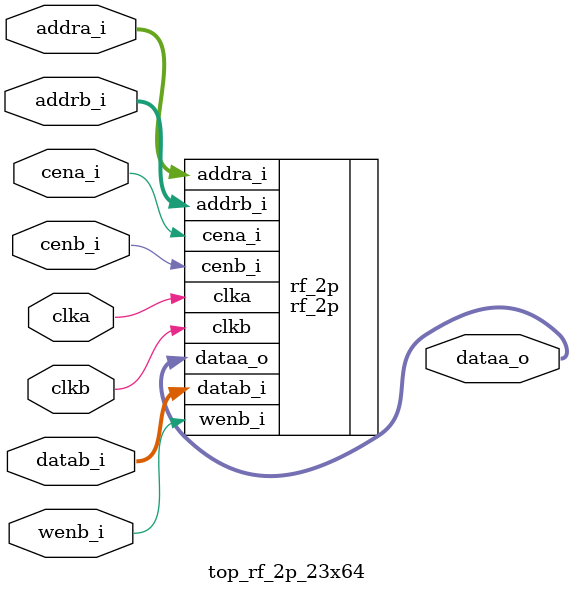
<source format=v>

`include "enc_defines.v"

module top_rf_2p_23x64 (
  clka    ,
  cena_i  ,
  addra_i ,
  dataa_o ,
  clkb    ,
  cenb_i  ,
  wenb_i  ,
  addrb_i ,
  datab_i
);


//*** PARAMETER DECLARATION ****************************************************

  localparam Word_Width = 23 ;
  localparam Addr_Width = 6  ;


//*** INPUT/OUTPUT DECLARATION *************************************************

  // A port
  input                       clka    ;
  input                       cena_i  ;
  input  [Addr_Width-1 :0]    addra_i ;
  output [Word_Width-1 :0]    dataa_o ;
                                      
  // B Port                           
  input                       clkb    ;
  input                       cenb_i  ;
  input                       wenb_i  ;
  input  [Addr_Width-1 :0]    addrb_i ;
  input  [Word_Width-1 :0]    datab_i ;


//*** MAIN BODY ****************************************************************

  rf_2p #(
    .Addr_Width    ( Addr_Width    ),
    .Word_Width    ( Word_Width    )
  ) rf_2p (
    .clka          ( clka          ),
    .cena_i        ( cena_i        ),
    .addra_i       ( addra_i       ),
    .dataa_o       ( dataa_o       ),
    .clkb          ( clkb          ),
    .cenb_i        ( cenb_i        ),
    .wenb_i        ( wenb_i        ),
    .addrb_i       ( addrb_i       ),
    .datab_i       ( datab_i       )
    );


endmodule
</source>
